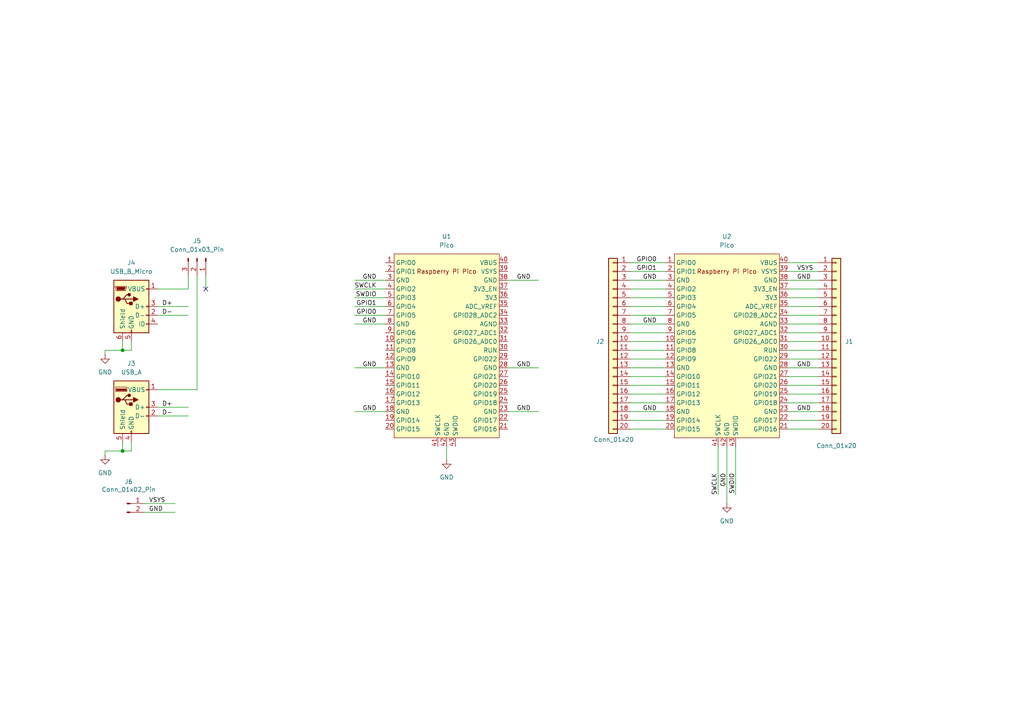
<source format=kicad_sch>
(kicad_sch (version 20231120) (generator "eeschema") (generator_version "8.0")
  (paper "A4")
  (lib_symbols
    (symbol "Connector:Conn_01x02_Pin" (pin_names (offset 1.016) hide)
      (property "Reference" "J" (at 0 2.54 0))
      (property "Value" "Conn_01x02_Pin" (at 0 -5.08 0))
      (symbol "Conn_01x02_Pin_1_1"
        (polyline (pts (xy 1.27 -2.54) (xy 0.8636 -2.54)) (stroke (width 0.1524)))
        (polyline (pts (xy 1.27 0) (xy 0.8636 0)) (stroke (width 0.1524)))
        (rectangle (start 0.8636 -2.413) (end 0 -2.667) (stroke (width 0.1524)) (fill (type outline)))
        (rectangle (start 0.8636 0.127) (end 0 -0.127) (stroke (width 0.1524)) (fill (type outline)))
        (pin passive line (at 5.08 0 180) (length 3.81) (name "Pin_1") (number "1"))
        (pin passive line (at 5.08 -2.54 180) (length 3.81) (name "Pin_2") (number "2"))
      )
    )
    (symbol "Connector:Conn_01x03_Pin" (pin_names (offset 1.016) hide)
      (property "Reference" "J" (at 0 5.08 0))
      (property "Value" "Conn_01x03_Pin" (at 0 -5.08 0))
      (symbol "Conn_01x03_Pin_1_1"
        (polyline (pts (xy 1.27 -2.54) (xy 0.8636 -2.54)) (stroke (width 0.1524)))
        (polyline (pts (xy 1.27 0) (xy 0.8636 0)) (stroke (width 0.1524)))
        (polyline (pts (xy 1.27 2.54) (xy 0.8636 2.54)) (stroke (width 0.1524)))
        (rectangle (start 0.8636 -2.413) (end 0 -2.667) (stroke (width 0.1524)) (fill (type outline)))
        (rectangle (start 0.8636 0.127) (end 0 -0.127) (stroke (width 0.1524)) (fill (type outline)))
        (rectangle (start 0.8636 2.667) (end 0 2.413) (stroke (width 0.1524)) (fill (type outline)))
        (pin passive line (at 5.08 2.54 180) (length 3.81) (name "Pin_1") (number "1"))
        (pin passive line (at 5.08 0 180) (length 3.81) (name "Pin_2") (number "2"))
        (pin passive line (at 5.08 -2.54 180) (length 3.81) (name "Pin_3") (number "3"))
      )
    )
    (symbol "Connector:USB_A" (pin_names (offset 1.016))
      (property "Reference" "J" (at -5.08 11.43 0))
      (property "Value" "USB_A" (at -5.08 8.89 0))
      (symbol "USB_A_0_1"
        (rectangle (start -5.08 -7.62) (end 5.08 7.62) (stroke (width 0.254)) (fill (type background)))
        (circle (center -3.81 2.159) (radius 0.635) (stroke (width 0.254)) (fill (type outline)))
        (rectangle (start -1.524 4.826) (end -4.318 5.334) (fill (type outline)))
        (rectangle (start -1.27 4.572) (end -4.572 5.842))
        (circle (center -0.635 3.429) (radius 0.381) (stroke (width 0.254)) (fill (type outline)))
        (rectangle (start -0.127 -7.62) (end 0.127 -6.858))
        (polyline (pts (xy -3.175 2.159) (xy -2.54 2.159) (xy -1.27 3.429) (xy -0.635 3.429)) (stroke (width 0.254)))
        (polyline (pts (xy -2.54 2.159) (xy -1.905 2.159) (xy -1.27 0.889) (xy 0 0.889)) (stroke (width 0.254)))
        (polyline (pts (xy 0.635 2.794) (xy 0.635 1.524) (xy 1.905 2.159) (xy 0.635 2.794)) (stroke (width 0.254)) (fill (type outline)))
        (rectangle (start 0.254 1.27) (end -0.508 0.508) (stroke (width 0.254)) (fill (type outline)))
        (rectangle (start 5.08 -2.667) (end 4.318 -2.413))
        (rectangle (start 5.08 -0.127) (end 4.318 0.127))
        (rectangle (start 5.08 4.953) (end 4.318 5.207))
      )
      (symbol "USB_A_1_1"
        (polyline (pts (xy -1.905 2.159) (xy 0.635 2.159)) (stroke (width 0.254)))
        (pin power_in line (at 7.62 5.08 180) (length 2.54) (name "VBUS") (number "1"))
        (pin bidirectional line (at 7.62 -2.54 180) (length 2.54) (name "D-") (number "2"))
        (pin bidirectional line (at 7.62 0 180) (length 2.54) (name "D+") (number "3"))
        (pin power_in line (at 0 -10.16 90) (length 2.54) (name "GND") (number "4"))
        (pin passive line (at -2.54 -10.16 90) (length 2.54) (name "Shield") (number "5"))
      )
    )
    (symbol "Connector:USB_B_Micro" (pin_names (offset 1.016))
      (property "Reference" "J" (at -5.08 11.43 0))
      (property "Value" "USB_B_Micro" (at -5.08 8.89 0))
      (symbol "USB_B_Micro_0_1"
        (rectangle (start -5.08 -7.62) (end 5.08 7.62) (stroke (width 0.254)) (fill (type background)))
        (circle (center -3.81 2.159) (radius 0.635) (stroke (width 0.254)) (fill (type outline)))
        (circle (center -0.635 3.429) (radius 0.381) (stroke (width 0.254)) (fill (type outline)))
        (rectangle (start -0.127 -7.62) (end 0.127 -6.858))
        (polyline (pts (xy -1.905 2.159) (xy 0.635 2.159)) (stroke (width 0.254)))
        (polyline (pts (xy -3.175 2.159) (xy -2.54 2.159) (xy -1.27 3.429) (xy -0.635 3.429)) (stroke (width 0.254)))
        (polyline (pts (xy -2.54 2.159) (xy -1.905 2.159) (xy -1.27 0.889) (xy 0 0.889)) (stroke (width 0.254)))
        (polyline (pts (xy 0.635 2.794) (xy 0.635 1.524) (xy 1.905 2.159) (xy 0.635 2.794)) (stroke (width 0.254)) (fill (type outline)))
        (polyline (pts (xy -4.318 5.588) (xy -1.778 5.588) (xy -2.032 4.826) (xy -4.064 4.826) (xy -4.318 5.588)) (fill (type outline)))
        (polyline (pts (xy -4.699 5.842) (xy -4.699 5.588) (xy -4.445 4.826) (xy -4.445 4.572) (xy -1.651 4.572) (xy -1.651 4.826) (xy -1.397 5.588) (xy -1.397 5.842) (xy -4.699 5.842)))
        (rectangle (start 0.254 1.27) (end -0.508 0.508) (stroke (width 0.254)) (fill (type outline)))
        (rectangle (start 5.08 -5.207) (end 4.318 -4.953))
        (rectangle (start 5.08 -2.667) (end 4.318 -2.413))
        (rectangle (start 5.08 -0.127) (end 4.318 0.127))
        (rectangle (start 5.08 4.953) (end 4.318 5.207))
      )
      (symbol "USB_B_Micro_1_1"
        (pin power_out line (at 7.62 5.08 180) (length 2.54) (name "VBUS") (number "1"))
        (pin bidirectional line (at 7.62 -2.54 180) (length 2.54) (name "D-") (number "2"))
        (pin bidirectional line (at 7.62 0 180) (length 2.54) (name "D+") (number "3"))
        (pin passive line (at 7.62 -5.08 180) (length 2.54) (name "ID") (number "4"))
        (pin power_out line (at 0 -10.16 90) (length 2.54) (name "GND") (number "5"))
        (pin passive line (at -2.54 -10.16 90) (length 2.54) (name "Shield") (number "6"))
      )
    )
    (symbol "Connector_Generic:Conn_01x20" (pin_names (offset 1.016) hide)
      (property "Reference" "J" (at 0 25.4 0))
      (property "Value" "Conn_01x20" (at 0 -27.94 0))
      (symbol "Conn_01x20_1_1"
        (rectangle (start -1.27 -25.273) (end 0 -25.527) (stroke (width 0.1524)))
        (rectangle (start -1.27 -22.733) (end 0 -22.987) (stroke (width 0.1524)))
        (rectangle (start -1.27 -20.193) (end 0 -20.447) (stroke (width 0.1524)))
        (rectangle (start -1.27 -17.653) (end 0 -17.907) (stroke (width 0.1524)))
        (rectangle (start -1.27 -15.113) (end 0 -15.367) (stroke (width 0.1524)))
        (rectangle (start -1.27 -12.573) (end 0 -12.827) (stroke (width 0.1524)))
        (rectangle (start -1.27 -10.033) (end 0 -10.287) (stroke (width 0.1524)))
        (rectangle (start -1.27 -7.493) (end 0 -7.747) (stroke (width 0.1524)))
        (rectangle (start -1.27 -4.953) (end 0 -5.207) (stroke (width 0.1524)))
        (rectangle (start -1.27 -2.413) (end 0 -2.667) (stroke (width 0.1524)))
        (rectangle (start -1.27 0.127) (end 0 -0.127) (stroke (width 0.1524)))
        (rectangle (start -1.27 2.667) (end 0 2.413) (stroke (width 0.1524)))
        (rectangle (start -1.27 5.207) (end 0 4.953) (stroke (width 0.1524)))
        (rectangle (start -1.27 7.747) (end 0 7.493) (stroke (width 0.1524)))
        (rectangle (start -1.27 10.287) (end 0 10.033) (stroke (width 0.1524)))
        (rectangle (start -1.27 12.827) (end 0 12.573) (stroke (width 0.1524)))
        (rectangle (start -1.27 15.367) (end 0 15.113) (stroke (width 0.1524)))
        (rectangle (start -1.27 17.907) (end 0 17.653) (stroke (width 0.1524)))
        (rectangle (start -1.27 20.447) (end 0 20.193) (stroke (width 0.1524)))
        (rectangle (start -1.27 22.987) (end 0 22.733) (stroke (width 0.1524)))
        (rectangle (start -1.27 24.13) (end 1.27 -26.67) (stroke (width 0.254)) (fill (type background)))
        (pin passive line (at -5.08 22.86 0) (length 3.81) (name "Pin_1") (number "1"))
        (pin passive line (at -5.08 0 0) (length 3.81) (name "Pin_10") (number "10"))
        (pin passive line (at -5.08 -2.54 0) (length 3.81) (name "Pin_11") (number "11"))
        (pin passive line (at -5.08 -5.08 0) (length 3.81) (name "Pin_12") (number "12"))
        (pin passive line (at -5.08 -7.62 0) (length 3.81) (name "Pin_13") (number "13"))
        (pin passive line (at -5.08 -10.16 0) (length 3.81) (name "Pin_14") (number "14"))
        (pin passive line (at -5.08 -12.7 0) (length 3.81) (name "Pin_15") (number "15"))
        (pin passive line (at -5.08 -15.24 0) (length 3.81) (name "Pin_16") (number "16"))
        (pin passive line (at -5.08 -17.78 0) (length 3.81) (name "Pin_17") (number "17"))
        (pin passive line (at -5.08 -20.32 0) (length 3.81) (name "Pin_18") (number "18"))
        (pin passive line (at -5.08 -22.86 0) (length 3.81) (name "Pin_19") (number "19"))
        (pin passive line (at -5.08 20.32 0) (length 3.81) (name "Pin_2") (number "2"))
        (pin passive line (at -5.08 -25.4 0) (length 3.81) (name "Pin_20") (number "20"))
        (pin passive line (at -5.08 17.78 0) (length 3.81) (name "Pin_3") (number "3"))
        (pin passive line (at -5.08 15.24 0) (length 3.81) (name "Pin_4") (number "4"))
        (pin passive line (at -5.08 12.7 0) (length 3.81) (name "Pin_5") (number "5"))
        (pin passive line (at -5.08 10.16 0) (length 3.81) (name "Pin_6") (number "6"))
        (pin passive line (at -5.08 7.62 0) (length 3.81) (name "Pin_7") (number "7"))
        (pin passive line (at -5.08 5.08 0) (length 3.81) (name "Pin_8") (number "8"))
        (pin passive line (at -5.08 2.54 0) (length 3.81) (name "Pin_9") (number "9"))
      )
    )
    (symbol "MCU_RaspberryPi_and_Boards:Pico"
      (property "Reference" "U" (at -13.97 27.94 0))
      (property "Value" "Pico" (at 0 19.05 0))
      (symbol "Pico_0_0"
        (text "Raspberry Pi Pico" (at 0 21.59 0) (effects (font (size 1.27 1.27))))
      )
      (symbol "Pico_0_1"
        (rectangle (start -15.24 26.67) (end 15.24 -26.67) (fill (type background)))
      )
      (symbol "Pico_1_1"
        (pin bidirectional line (at -17.78 24.13 0) (length 2.54) (name "GPIO0") (number "1"))
        (pin bidirectional line (at -17.78 1.27 0) (length 2.54) (name "GPIO7") (number "10"))
        (pin bidirectional line (at -17.78 -1.27 0) (length 2.54) (name "GPIO8") (number "11"))
        (pin bidirectional line (at -17.78 -3.81 0) (length 2.54) (name "GPIO9") (number "12"))
        (pin power_in line (at -17.78 -6.35 0) (length 2.54) (name "GND") (number "13"))
        (pin bidirectional line (at -17.78 -8.89 0) (length 2.54) (name "GPIO10") (number "14"))
        (pin bidirectional line (at -17.78 -11.43 0) (length 2.54) (name "GPIO11") (number "15"))
        (pin bidirectional line (at -17.78 -13.97 0) (length 2.54) (name "GPIO12") (number "16"))
        (pin bidirectional line (at -17.78 -16.51 0) (length 2.54) (name "GPIO13") (number "17"))
        (pin power_in line (at -17.78 -19.05 0) (length 2.54) (name "GND") (number "18"))
        (pin bidirectional line (at -17.78 -21.59 0) (length 2.54) (name "GPIO14") (number "19"))
        (pin bidirectional line (at -17.78 21.59 0) (length 2.54) (name "GPIO1") (number "2"))
        (pin bidirectional line (at -17.78 -24.13 0) (length 2.54) (name "GPIO15") (number "20"))
        (pin bidirectional line (at 17.78 -24.13 180) (length 2.54) (name "GPIO16") (number "21"))
        (pin bidirectional line (at 17.78 -21.59 180) (length 2.54) (name "GPIO17") (number "22"))
        (pin power_in line (at 17.78 -19.05 180) (length 2.54) (name "GND") (number "23"))
        (pin bidirectional line (at 17.78 -16.51 180) (length 2.54) (name "GPIO18") (number "24"))
        (pin bidirectional line (at 17.78 -13.97 180) (length 2.54) (name "GPIO19") (number "25"))
        (pin bidirectional line (at 17.78 -11.43 180) (length 2.54) (name "GPIO20") (number "26"))
        (pin bidirectional line (at 17.78 -8.89 180) (length 2.54) (name "GPIO21") (number "27"))
        (pin power_in line (at 17.78 -6.35 180) (length 2.54) (name "GND") (number "28"))
        (pin bidirectional line (at 17.78 -3.81 180) (length 2.54) (name "GPIO22") (number "29"))
        (pin power_in line (at -17.78 19.05 0) (length 2.54) (name "GND") (number "3"))
        (pin input line (at 17.78 -1.27 180) (length 2.54) (name "RUN") (number "30"))
        (pin bidirectional line (at 17.78 1.27 180) (length 2.54) (name "GPIO26_ADC0") (number "31"))
        (pin bidirectional line (at 17.78 3.81 180) (length 2.54) (name "GPIO27_ADC1") (number "32"))
        (pin power_in line (at 17.78 6.35 180) (length 2.54) (name "AGND") (number "33"))
        (pin bidirectional line (at 17.78 8.89 180) (length 2.54) (name "GPIO28_ADC2") (number "34"))
        (pin power_in line (at 17.78 11.43 180) (length 2.54) (name "ADC_VREF") (number "35"))
        (pin power_in line (at 17.78 13.97 180) (length 2.54) (name "3V3") (number "36"))
        (pin input line (at 17.78 16.51 180) (length 2.54) (name "3V3_EN") (number "37"))
        (pin bidirectional line (at 17.78 19.05 180) (length 2.54) (name "GND") (number "38"))
        (pin power_in line (at 17.78 21.59 180) (length 2.54) (name "VSYS") (number "39"))
        (pin bidirectional line (at -17.78 16.51 0) (length 2.54) (name "GPIO2") (number "4"))
        (pin power_in line (at 17.78 24.13 180) (length 2.54) (name "VBUS") (number "40"))
        (pin input line (at -2.54 -29.21 90) (length 2.54) (name "SWCLK") (number "41"))
        (pin power_in line (at 0 -29.21 90) (length 2.54) (name "GND") (number "42"))
        (pin bidirectional line (at 2.54 -29.21 90) (length 2.54) (name "SWDIO") (number "43"))
        (pin bidirectional line (at -17.78 13.97 0) (length 2.54) (name "GPIO3") (number "5"))
        (pin bidirectional line (at -17.78 11.43 0) (length 2.54) (name "GPIO4") (number "6"))
        (pin bidirectional line (at -17.78 8.89 0) (length 2.54) (name "GPIO5") (number "7"))
        (pin power_in line (at -17.78 6.35 0) (length 2.54) (name "GND") (number "8"))
        (pin bidirectional line (at -17.78 3.81 0) (length 2.54) (name "GPIO6") (number "9"))
      )
    )
    (symbol "power:GND" (power) (pin_numbers hide) (pin_names (offset 0) hide)
      (property "Value" "GND" (at 0 -3.81 0))
      (symbol "GND_0_1"
        (polyline (pts (xy 0 0) (xy 0 -1.27) (xy 1.27 -1.27) (xy 0 -2.54) (xy -1.27 -1.27) (xy 0 -1.27)))
      )
      (symbol "GND_1_1"
        (pin power_in line (at 0 0 270) (length 0) (name "~") (number "1"))
      )
    )
  )
  (junction (at 35.56 101.6))
  (junction (at 35.56 130.81))
  (no_connect (at 59.69 83.82))
  (wire (pts (xy 182.88 91.44) (xy 193.04 91.44)))
  (wire (pts (xy 182.88 111.76) (xy 193.04 111.76)))
  (wire (pts (xy 237.49 106.68) (xy 228.6 106.68)))
  (wire (pts (xy 228.6 78.74) (xy 237.49 78.74)))
  (wire (pts (xy 182.88 124.46) (xy 193.04 124.46)))
  (wire (pts (xy 182.88 96.52) (xy 193.04 96.52)))
  (wire (pts (xy 182.88 99.06) (xy 193.04 99.06)))
  (wire (pts (xy 129.54 129.54) (xy 129.54 133.35)))
  (wire (pts (xy 237.49 99.06) (xy 228.6 99.06)))
  (wire (pts (xy 182.88 76.2) (xy 193.04 76.2)))
  (wire (pts (xy 182.88 119.38) (xy 193.04 119.38)))
  (wire (pts (xy 182.88 109.22) (xy 193.04 109.22)))
  (wire (pts (xy 102.87 81.28) (xy 111.76 81.28)))
  (wire (pts (xy 111.76 83.82) (xy 102.87 83.82)))
  (wire (pts (xy 182.88 106.68) (xy 193.04 106.68)))
  (wire (pts (xy 182.88 101.6) (xy 193.04 101.6)))
  (wire (pts (xy 41.91 146.05) (xy 50.8 146.05)))
  (wire (pts (xy 182.88 81.28) (xy 193.04 81.28)))
  (wire (pts (xy 45.72 83.82) (xy 54.61 83.82)))
  (wire (pts (xy 237.49 124.46) (xy 228.6 124.46)))
  (wire (pts (xy 111.76 86.36) (xy 102.87 86.36)))
  (wire (pts (xy 35.56 128.27) (xy 35.56 130.81)))
  (wire (pts (xy 102.87 93.98) (xy 111.76 93.98)))
  (wire (pts (xy 237.49 76.2) (xy 228.6 76.2)))
  (wire (pts (xy 237.49 121.92) (xy 228.6 121.92)))
  (wire (pts (xy 237.49 86.36) (xy 228.6 86.36)))
  (wire (pts (xy 35.56 101.6) (xy 30.48 101.6)))
  (wire (pts (xy 213.36 129.54) (xy 213.36 143.51)))
  (wire (pts (xy 54.61 83.82) (xy 54.61 80.01)))
  (wire (pts (xy 182.88 86.36) (xy 193.04 86.36)))
  (wire (pts (xy 237.49 104.14) (xy 228.6 104.14)))
  (wire (pts (xy 102.87 106.68) (xy 111.76 106.68)))
  (wire (pts (xy 237.49 119.38) (xy 228.6 119.38)))
  (wire (pts (xy 237.49 109.22) (xy 228.6 109.22)))
  (wire (pts (xy 147.32 106.68) (xy 156.21 106.68)))
  (wire (pts (xy 35.56 99.06) (xy 35.56 101.6)))
  (wire (pts (xy 237.49 116.84) (xy 228.6 116.84)))
  (wire (pts (xy 182.88 121.92) (xy 193.04 121.92)))
  (wire (pts (xy 57.15 80.01) (xy 57.15 113.03)))
  (wire (pts (xy 237.49 83.82) (xy 228.6 83.82)))
  (wire (pts (xy 182.88 104.14) (xy 193.04 104.14)))
  (wire (pts (xy 45.72 88.9) (xy 54.61 88.9)))
  (wire (pts (xy 182.88 83.82) (xy 193.04 83.82)))
  (wire (pts (xy 237.49 93.98) (xy 228.6 93.98)))
  (wire (pts (xy 111.76 91.44) (xy 102.87 91.44)))
  (wire (pts (xy 237.49 101.6) (xy 228.6 101.6)))
  (wire (pts (xy 38.1 130.81) (xy 35.56 130.81)))
  (wire (pts (xy 45.72 118.11) (xy 54.61 118.11)))
  (wire (pts (xy 35.56 130.81) (xy 30.48 130.81)))
  (wire (pts (xy 102.87 119.38) (xy 111.76 119.38)))
  (wire (pts (xy 228.6 81.28) (xy 237.49 81.28)))
  (wire (pts (xy 147.32 119.38) (xy 156.21 119.38)))
  (wire (pts (xy 182.88 114.3) (xy 193.04 114.3)))
  (wire (pts (xy 237.49 91.44) (xy 228.6 91.44)))
  (wire (pts (xy 147.32 81.28) (xy 156.21 81.28)))
  (wire (pts (xy 182.88 78.74) (xy 193.04 78.74)))
  (wire (pts (xy 237.49 88.9) (xy 228.6 88.9)))
  (wire (pts (xy 208.28 129.54) (xy 208.28 143.51)))
  (wire (pts (xy 237.49 111.76) (xy 228.6 111.76)))
  (wire (pts (xy 38.1 101.6) (xy 35.56 101.6)))
  (wire (pts (xy 38.1 99.06) (xy 38.1 101.6)))
  (wire (pts (xy 41.91 148.59) (xy 50.8 148.59)))
  (wire (pts (xy 182.88 88.9) (xy 193.04 88.9)))
  (wire (pts (xy 30.48 130.81) (xy 30.48 132.08)))
  (wire (pts (xy 111.76 88.9) (xy 102.87 88.9)))
  (wire (pts (xy 30.48 101.6) (xy 30.48 102.87)))
  (wire (pts (xy 237.49 96.52) (xy 228.6 96.52)))
  (wire (pts (xy 45.72 120.65) (xy 54.61 120.65)))
  (wire (pts (xy 59.69 80.01) (xy 59.69 83.82)))
  (wire (pts (xy 237.49 114.3) (xy 228.6 114.3)))
  (wire (pts (xy 57.15 113.03) (xy 45.72 113.03)))
  (wire (pts (xy 182.88 116.84) (xy 193.04 116.84)))
  (wire (pts (xy 210.82 129.54) (xy 210.82 146.05)))
  (wire (pts (xy 45.72 91.44) (xy 54.61 91.44)))
  (wire (pts (xy 38.1 128.27) (xy 38.1 130.81)))
  (wire (pts (xy 182.88 93.98) (xy 193.04 93.98)))
  (label "GPIO0" (at 109.22 91.44 180))
  (label "SWCLK" (at 109.22 83.82 180))
  (label "GND" (at 149.86 81.28 0))
  (label "GPIO1" (at 190.5 78.74 180))
  (label "VSYS" (at 43.18 146.05 0))
  (label "GND" (at 190.5 119.38 180))
  (label "GND" (at 109.22 119.38 180))
  (label "D-" (at 46.99 120.65 0))
  (label "GPIO1" (at 109.22 88.9 180))
  (label "GND" (at 149.86 106.68 0))
  (label "GPIO0" (at 190.5 76.2 180))
  (label "GND" (at 149.86 119.38 0))
  (label "GND" (at 43.18 148.59 0))
  (label "GND" (at 109.22 93.98 180))
  (label "GND" (at 231.14 119.38 0))
  (label "GND" (at 190.5 81.28 180))
  (label "D-" (at 46.99 91.44 0))
  (label "VSYS" (at 231.14 78.74 0))
  (label "D+" (at 46.99 88.9 0))
  (label "GND" (at 231.14 81.28 0))
  (label "GND" (at 109.22 81.28 180))
  (label "SWDIO" (at 213.36 137.16 270))
  (label "GND" (at 109.22 106.68 180))
  (label "GND" (at 190.5 93.98 180))
  (label "SWCLK" (at 208.28 137.16 270))
  (label "GND" (at 210.82 137.16 270))
  (label "GND" (at 231.14 106.68 0))
  (label "D+" (at 46.99 118.11 0))
  (label "SWDIO" (at 109.22 86.36 180))
  (symbol (lib_id "Connector:Conn_01x03_Pin") (at 57.15 74.93 270) (unit 1)
    (property "Reference" "J5" (at 57.15 69.85 90))
    (property "Value" "Conn_01x03_Pin" (at 57.15 72.39 90))
    (property "Footprint" "Connector_PinHeader_2.54mm:PinHeader_1x03_P2.54mm_Vertical" (effects (hide yes)))
    (property "Description" "Generic connector, single row, 01x03, script generated" (effects (hide yes)))
  )
  (symbol (lib_id "power:GND") (at 129.54 133.35 0) (unit 1)
    (property "Reference" "#PWR02" (effects (hide yes)))
    (property "Value" "GND" (at 129.54 138.43 0))
    (property "Description" "Power symbol creates a global label with name \"GND\" , ground" (effects (hide yes)))
  )
  (symbol (lib_id "Connector:USB_A") (at 38.1 118.11 0) (unit 1)
    (property "Reference" "J3" (at 38.1 105.41 0))
    (property "Value" "USB_A" (at 38.1 107.95 0))
    (property "Footprint" "Connector_USB:USB_A_TE_292303-7_Horizontal" (effects (hide yes)))
    (property "Description" "USB Type A connector" (effects (hide yes)))
  )
  (symbol (lib_id "MCU_RaspberryPi_and_Boards:Pico") (at 129.54 100.33 0) (unit 1)
    (property "Reference" "U1" (at 129.54 68.58 0))
    (property "Value" "Pico" (at 129.54 71.12 0))
    (property "Footprint" "MCU_RaspberryPi_and_Boards:RPi_Pico_SMD_TH" (effects (hide yes)))
  )
  (symbol (lib_id "Connector_Generic:Conn_01x20") (at 242.57 99.06 0) (unit 1)
    (property "Reference" "J1" (at 245.11 99.0599 0) (effects (justify left)))
    (property "Value" "Conn_01x20" (at 236.728 129.286 0) (effects (justify left)))
    (property "Footprint" "Connector_PinSocket_2.54mm:PinSocket_1x20_P2.54mm_Vertical" (effects (hide yes)))
    (property "Description" "Generic connector, single row, 01x20, script generated (kicad-library-utils/schlib/autogen/connector/)" (effects (hide yes)))
  )
  (symbol (lib_id "Connector:Conn_01x02_Pin") (at 36.83 146.05 0) (unit 1)
    (property "Reference" "J6" (at 37.338 139.7 0))
    (property "Value" "Conn_01x02_Pin" (at 37.338 141.986 0))
    (property "Footprint" "Connector_PinHeader_2.54mm:PinHeader_1x02_P2.54mm_Vertical" (effects (hide yes)))
    (property "Description" "Generic connector, single row, 01x02, script generated" (effects (hide yes)))
  )
  (symbol (lib_id "Connector:USB_B_Micro") (at 38.1 88.9 0) (unit 1)
    (property "Reference" "J4" (at 38.1 76.2 0))
    (property "Value" "USB_B_Micro" (at 38.1 78.74 0))
    (property "Footprint" "Connector_USB:USB_Micro-B_Amphenol_10103594-0001LF_Horizontal" (effects (hide yes)))
    (property "Description" "USB Micro Type B connector" (effects (hide yes)))
  )
  (symbol (lib_id "power:GND") (at 30.48 102.87 0) (unit 1)
    (property "Reference" "#PWR03" (effects (hide yes)))
    (property "Value" "GND" (at 30.48 107.95 0))
    (property "Description" "Power symbol creates a global label with name \"GND\" , ground" (effects (hide yes)))
  )
  (symbol (lib_id "power:GND") (at 210.82 146.05 0) (unit 1)
    (property "Reference" "#PWR01" (effects (hide yes)))
    (property "Value" "GND" (at 210.82 151.13 0))
    (property "Description" "Power symbol creates a global label with name \"GND\" , ground" (effects (hide yes)))
  )
  (symbol (lib_id "Connector_Generic:Conn_01x20") (at 177.8 99.06 0) (mirror y) (unit 1)
    (property "Reference" "J2" (at 175.26 99.0599 0) (effects (justify left)))
    (property "Value" "Conn_01x20" (at 183.896 127.508 0) (effects (justify left)))
    (property "Footprint" "Connector_PinSocket_2.54mm:PinSocket_1x20_P2.54mm_Vertical" (effects (hide yes)))
    (property "Description" "Generic connector, single row, 01x20, script generated (kicad-library-utils/schlib/autogen/connector/)" (effects (hide yes)))
  )
  (symbol (lib_id "MCU_RaspberryPi_and_Boards:Pico") (at 210.82 100.33 0) (unit 1)
    (property "Reference" "U2" (at 210.82 68.58 0))
    (property "Value" "Pico" (at 210.82 71.12 0))
    (property "Footprint" "MCU_RaspberryPi_and_Boards:RPi_Pico_SMD_TH" (effects (hide yes)))
  )
  (symbol (lib_id "power:GND") (at 30.48 132.08 0) (unit 1)
    (property "Reference" "#PWR04" (effects (hide yes)))
    (property "Value" "GND" (at 30.48 137.16 0))
    (property "Description" "Power symbol creates a global label with name \"GND\" , ground" (effects (hide yes)))
  )
)
</source>
